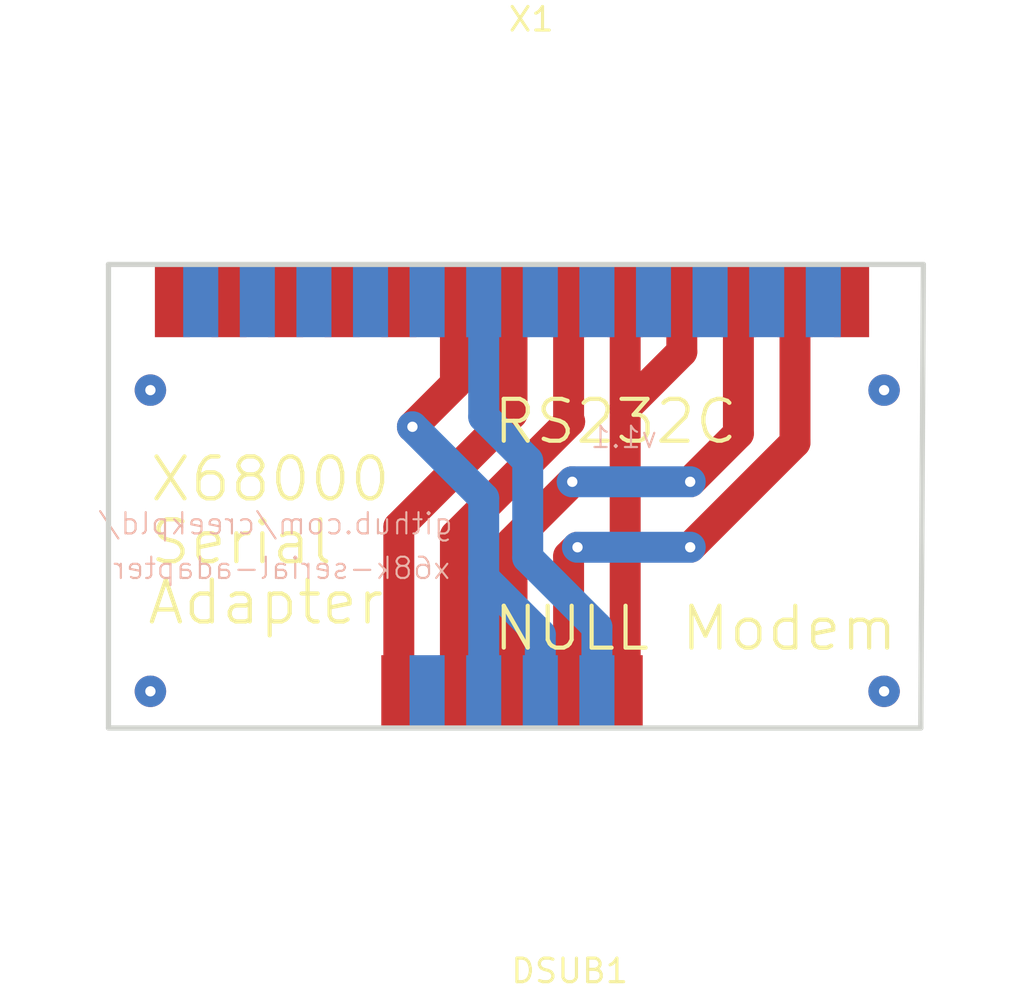
<source format=kicad_pcb>
(kicad_pcb (version 20171130) (host pcbnew "(5.1.6-0-10_14)")

  (general
    (thickness 1.6)
    (drawings 12)
    (tracks 40)
    (zones 0)
    (modules 2)
    (nets 27)
  )

  (page A4)
  (layers
    (0 F.Cu signal)
    (31 B.Cu signal)
    (32 B.Adhes user)
    (33 F.Adhes user)
    (34 B.Paste user)
    (35 F.Paste user)
    (36 B.SilkS user)
    (37 F.SilkS user)
    (38 B.Mask user)
    (39 F.Mask user)
    (40 Dwgs.User user)
    (41 Cmts.User user)
    (42 Eco1.User user)
    (43 Eco2.User user)
    (44 Edge.Cuts user)
    (45 Margin user)
    (46 B.CrtYd user)
    (47 F.CrtYd user)
    (48 B.Fab user hide)
    (49 F.Fab user hide)
  )

  (setup
    (last_trace_width 0.25)
    (trace_clearance 0.2)
    (zone_clearance 0.508)
    (zone_45_only no)
    (trace_min 0.2)
    (via_size 0.8)
    (via_drill 0.4)
    (via_min_size 0.4)
    (via_min_drill 0.3)
    (uvia_size 0.3)
    (uvia_drill 0.1)
    (uvias_allowed no)
    (uvia_min_size 0.2)
    (uvia_min_drill 0.1)
    (edge_width 0.05)
    (segment_width 0.2)
    (pcb_text_width 0.3)
    (pcb_text_size 1.5 1.5)
    (mod_edge_width 0.12)
    (mod_text_size 1 1)
    (mod_text_width 0.15)
    (pad_size 1.524 1.524)
    (pad_drill 0.762)
    (pad_to_mask_clearance 0.05)
    (aux_axis_origin 0 0)
    (visible_elements FFFFFF7F)
    (pcbplotparams
      (layerselection 0x010fc_ffffffff)
      (usegerberextensions false)
      (usegerberattributes true)
      (usegerberadvancedattributes true)
      (creategerberjobfile true)
      (excludeedgelayer true)
      (linewidth 0.100000)
      (plotframeref false)
      (viasonmask false)
      (mode 1)
      (useauxorigin false)
      (hpglpennumber 1)
      (hpglpenspeed 20)
      (hpglpendiameter 15.000000)
      (psnegative false)
      (psa4output false)
      (plotreference true)
      (plotvalue true)
      (plotinvisibletext false)
      (padsonsilk false)
      (subtractmaskfromsilk false)
      (outputformat 1)
      (mirror false)
      (drillshape 1)
      (scaleselection 1)
      (outputdirectory ""))
  )

  (net 0 "")
  (net 1 X1_1)
  (net 2 X1_10)
  (net 3 X1_11)
  (net 4 X1_12)
  (net 5 X1_13)
  (net 6 X1_14)
  (net 7 X1_15)
  (net 8 X1_16)
  (net 9 X1_17)
  (net 10 X1_18)
  (net 11 X1_19)
  (net 12 X1_2)
  (net 13 X1_20)
  (net 14 X1_21)
  (net 15 X1_22)
  (net 16 X1_23)
  (net 17 X1_24)
  (net 18 X1_25)
  (net 19 X1_3)
  (net 20 X1_4)
  (net 21 X1_6)
  (net 22 X1_7)
  (net 23 X1_8)
  (net 24 X1_9)
  (net 25 GND)
  (net 26 DSUB1_9)

  (net_class Default "This is the default net class."
    (clearance 0.2)
    (trace_width 0.25)
    (via_dia 0.8)
    (via_drill 0.4)
    (uvia_dia 0.3)
    (uvia_drill 0.1)
    (add_net DSUB1_9)
    (add_net GND)
    (add_net X1_1)
    (add_net X1_10)
    (add_net X1_11)
    (add_net X1_12)
    (add_net X1_13)
    (add_net X1_14)
    (add_net X1_15)
    (add_net X1_16)
    (add_net X1_17)
    (add_net X1_18)
    (add_net X1_19)
    (add_net X1_2)
    (add_net X1_20)
    (add_net X1_21)
    (add_net X1_22)
    (add_net X1_23)
    (add_net X1_24)
    (add_net X1_25)
    (add_net X1_3)
    (add_net X1_4)
    (add_net X1_6)
    (add_net X1_7)
    (add_net X1_8)
    (add_net X1_9)
  )

  (module easyeda:M25D (layer F.Cu) (tedit 0) (tstamp 0)
    (at 47.926 39.884)
    (attr smd)
    (fp_text reference X1 (at -0.254 -13.665) (layer F.SilkS)
      (effects (font (size 1.143 1.143) (thickness 0.152)) (justify left))
    )
    (fp_text value "Board " (at -24.74 -3.505) (layer Cmts.User)
      (effects (font (size 0.762 0.762) (thickness 0.152)) (justify left))
    )
    (fp_line (start 18.517 -6.553) (end 18.644 -6.553) (layer Cmts.User) (width 0.254))
    (fp_line (start 18.517 -4.14) (end 18.517 -6.553) (layer Cmts.User) (width 0.254))
    (fp_line (start 18.644 -6.553) (end 18.644 -7.061) (layer Cmts.User) (width 0.254))
    (fp_line (start 17.882 -3.505) (end 17.907 -3.505) (layer Cmts.User) (width 0.254))
    (fp_line (start -17.907 -3.505) (end 17.882 -3.505) (layer Cmts.User) (width 0.254))
    (fp_line (start -18.517 -4.14) (end -18.517 -6.553) (layer Cmts.User) (width 0.254))
    (fp_line (start -18.644 -6.553) (end -18.517 -6.553) (layer Cmts.User) (width 0.254))
    (fp_line (start -18.644 -6.553) (end -18.644 -7.061) (layer Cmts.User) (width 0.254))
    (fp_line (start -2.794 -11.989) (end -2.794 -9.703) (layer Cmts.User) (width 0.254))
    (fp_line (start -5.08 -9.703) (end -5.08 -11.989) (layer Cmts.User) (width 0.254))
    (fp_line (start -2.794 -9.703) (end -5.08 -9.703) (layer Cmts.User) (width 0.254))
    (fp_line (start 1.143 -11.989) (end 1.143 -9.703) (layer Cmts.User) (width 0.254))
    (fp_line (start -1.143 -9.703) (end -1.143 -11.989) (layer Cmts.User) (width 0.254))
    (fp_line (start 1.143 -9.703) (end -1.143 -9.703) (layer Cmts.User) (width 0.254))
    (fp_line (start 5.08 -11.989) (end 5.08 -9.703) (layer Cmts.User) (width 0.254))
    (fp_line (start 2.794 -9.703) (end 2.794 -11.989) (layer Cmts.User) (width 0.254))
    (fp_line (start 5.08 -9.703) (end 2.794 -9.703) (layer Cmts.User) (width 0.254))
    (fp_line (start 23.317 -1.93) (end 24.689 -3.302) (layer Cmts.User) (width 0.254))
    (fp_line (start 21.946 -3.302) (end 23.317 -1.93) (layer Cmts.User) (width 0.254))
    (fp_line (start 20.574 -1.93) (end 21.946 -3.302) (layer Cmts.User) (width 0.254))
    (fp_line (start 19.202 -3.302) (end 20.574 -1.93) (layer Cmts.User) (width 0.254))
    (fp_line (start -20.574 -1.93) (end -19.202 -3.302) (layer Cmts.User) (width 0.254))
    (fp_line (start -21.946 -3.302) (end -20.574 -1.93) (layer Cmts.User) (width 0.254))
    (fp_line (start -23.317 -1.93) (end -21.946 -3.302) (layer Cmts.User) (width 0.254))
    (fp_line (start -24.689 -3.302) (end -23.317 -1.93) (layer Cmts.User) (width 0.254))
    (fp_line (start -19.304 -13.31) (end 19.304 -13.31) (layer Cmts.User) (width 0.254))
    (fp_line (start -19.812 -8.103) (end -19.812 -12.802) (layer Cmts.User) (width 0.254))
    (fp_line (start 19.812 -8.103) (end 19.812 -12.802) (layer Cmts.User) (width 0.254))
    (fp_arc (start -19.304 -12.79) (end -19.812 -12.79) (angle 90) (layer Cmts.User) (width 0.254))
    (fp_arc (start 19.304 -12.79) (end 19.304 -13.298) (angle 90) (layer Cmts.User) (width 0.254))
    (fp_arc (start 20.447 -8.091) (end 20.447 -7.456) (angle 90) (layer Cmts.User) (width 0.254))
    (fp_arc (start -20.447 -8.091) (end -19.812 -8.091) (angle 90) (layer Cmts.User) (width 0.254))
    (fp_arc (start -17.882 -4.14) (end -17.882 -3.505) (angle 90) (layer Cmts.User) (width 0.254))
    (fp_arc (start 17.882 -4.14) (end 18.517 -4.14) (angle 90) (layer Cmts.User) (width 0.254))
    (fp_text user gge19ea7bbbfec9fe36 (at 0 0) (layer Cmts.User)
      (effects (font (size 1 1) (thickness 0.15)))
    )
    (pad 14 smd rect (at 15.088 0) (size 1.699 3.5) (layers B.Cu B.Paste B.Mask)
      (net 6 X1_14))
    (pad 15 smd rect (at 12.344 0) (size 1.699 3.5) (layers B.Cu B.Paste B.Mask)
      (net 7 X1_15))
    (pad 16 smd rect (at 9.601 0) (size 1.699 3.5) (layers B.Cu B.Paste B.Mask)
      (net 8 X1_16))
    (pad 17 smd rect (at 6.858 0) (size 1.699 3.5) (layers B.Cu B.Paste B.Mask)
      (net 9 X1_17))
    (pad 18 smd rect (at 4.115 0) (size 1.699 3.5) (layers B.Cu B.Paste B.Mask)
      (net 10 X1_18))
    (pad 19 smd rect (at 1.372 0) (size 1.699 3.5) (layers B.Cu B.Paste B.Mask)
      (net 11 X1_19))
    (pad 20 smd rect (at -1.372 0) (size 1.699 3.5) (layers B.Cu B.Paste B.Mask)
      (net 13 X1_20))
    (pad 21 smd rect (at -4.115 0) (size 1.699 3.5) (layers B.Cu B.Paste B.Mask)
      (net 14 X1_21))
    (pad 22 smd rect (at -6.858 0) (size 1.699 3.5) (layers B.Cu B.Paste B.Mask)
      (net 15 X1_22))
    (pad 23 smd rect (at -9.601 0) (size 1.699 3.5) (layers B.Cu B.Paste B.Mask)
      (net 16 X1_23))
    (pad 24 smd rect (at -12.344 0) (size 1.699 3.5) (layers B.Cu B.Paste B.Mask)
      (net 17 X1_24))
    (pad 25 smd rect (at -15.088 0) (size 1.699 3.5) (layers B.Cu B.Paste B.Mask)
      (net 18 X1_25))
    (pad 1 smd rect (at 16.459 0) (size 1.699 3.5) (layers F.Cu F.Paste F.Mask)
      (net 1 X1_1))
    (pad 2 smd rect (at 13.716 0) (size 1.699 3.5) (layers F.Cu F.Paste F.Mask)
      (net 12 X1_2))
    (pad 3 smd rect (at 10.973 0) (size 1.699 3.5) (layers F.Cu F.Paste F.Mask)
      (net 19 X1_3))
    (pad 4 smd rect (at 8.23 0) (size 1.699 3.5) (layers F.Cu F.Paste F.Mask)
      (net 20 X1_4))
    (pad 5 smd rect (at 5.486 0) (size 1.699 3.5) (layers F.Cu F.Paste F.Mask)
      (net 20 X1_4))
    (pad 6 smd rect (at 2.743 0) (size 1.699 3.5) (layers F.Cu F.Paste F.Mask)
      (net 21 X1_6))
    (pad 7 smd rect (at 0 0) (size 1.699 3.5) (layers F.Cu F.Paste F.Mask)
      (net 22 X1_7))
    (pad 8 smd rect (at -2.743 0) (size 1.699 3.5) (layers F.Cu F.Paste F.Mask)
      (net 23 X1_8))
    (pad 9 smd rect (at -5.486 0) (size 1.699 3.5) (layers F.Cu F.Paste F.Mask)
      (net 24 X1_9))
    (pad 10 smd rect (at -8.23 0) (size 1.699 3.5) (layers F.Cu F.Paste F.Mask)
      (net 2 X1_10))
    (pad 11 smd rect (at -10.973 0) (size 1.699 3.5) (layers F.Cu F.Paste F.Mask)
      (net 3 X1_11))
    (pad 12 smd rect (at -13.716 0) (size 1.699 3.5) (layers F.Cu F.Paste F.Mask)
      (net 4 X1_12))
    (pad 13 smd rect (at -16.459 0) (size 1.699 3.5) (layers F.Cu F.Paste F.Mask)
      (net 5 X1_13))
  )

  (module easyeda:DB9-F-PCB-EDGE (layer F.Cu) (tedit 0) (tstamp 0)
    (at 47.926 58.807 180)
    (attr smd)
    (fp_text reference DSUB1 (at 0.133 -13.56 180) (layer F.SilkS)
      (effects (font (size 1.143 1.143) (thickness 0.152)) (justify left))
    )
    (fp_text value "Board " (at -13.369 -3.473 180) (layer Cmts.User)
      (effects (font (size 0.762 0.762) (thickness 0.152)) (justify left))
    )
    (fp_line (start 7.544 -6.553) (end 7.671 -6.553) (layer Cmts.User) (width 0.254))
    (fp_line (start 7.544 -4.14) (end 7.544 -6.553) (layer Cmts.User) (width 0.254))
    (fp_line (start 7.671 -6.553) (end 7.671 -7.061) (layer Cmts.User) (width 0.254))
    (fp_line (start 6.909 -3.505) (end 6.934 -3.505) (layer Cmts.User) (width 0.254))
    (fp_line (start -6.785 -3.5) (end 6.909 -3.505) (layer Cmts.User) (width 0.254))
    (fp_line (start -7.485 -4.287) (end -7.485 -6.7) (layer Cmts.User) (width 0.254))
    (fp_line (start -7.685 -6.6) (end -7.558 -6.6) (layer Cmts.User) (width 0.254))
    (fp_line (start -7.685 -6.6) (end -7.685 -7.108) (layer Cmts.User) (width 0.254))
    (fp_line (start 12.344 -1.93) (end 13.716 -3.302) (layer Cmts.User) (width 0.254))
    (fp_line (start 10.973 -3.302) (end 12.344 -1.93) (layer Cmts.User) (width 0.254))
    (fp_line (start 9.601 -1.93) (end 10.973 -3.302) (layer Cmts.User) (width 0.254))
    (fp_line (start 8.23 -3.302) (end 9.601 -1.93) (layer Cmts.User) (width 0.254))
    (fp_line (start -9.203 -1.898) (end -7.832 -3.27) (layer Cmts.User) (width 0.254))
    (fp_line (start -10.575 -3.27) (end -9.203 -1.898) (layer Cmts.User) (width 0.254))
    (fp_line (start -11.947 -1.898) (end -10.575 -3.27) (layer Cmts.User) (width 0.254))
    (fp_line (start -13.318 -3.27) (end -11.947 -1.898) (layer Cmts.User) (width 0.254))
    (fp_line (start -8.185 -13.3) (end 8.331 -13.31) (layer Cmts.User) (width 0.254))
    (fp_line (start -8.685 -8.1) (end -8.685 -12.799) (layer Cmts.User) (width 0.254))
    (fp_line (start 8.839 -8.103) (end 8.839 -12.802) (layer Cmts.User) (width 0.254))
    (fp_arc (start -8.177 -12.788) (end -8.685 -12.788) (angle 90) (layer Cmts.User) (width 0.254))
    (fp_arc (start 8.331 -12.79) (end 8.331 -13.298) (angle 90) (layer Cmts.User) (width 0.254))
    (fp_arc (start 9.474 -8.091) (end 9.474 -7.456) (angle 90) (layer Cmts.User) (width 0.254))
    (fp_arc (start -9.32 -8.089) (end -8.685 -8.089) (angle 90) (layer Cmts.User) (width 0.254))
    (fp_arc (start -6.85 -4.1) (end -6.85 -3.465) (angle 90) (layer Cmts.User) (width 0.254))
    (fp_arc (start 6.909 -4.14) (end 7.544 -4.14) (angle 90) (layer Cmts.User) (width 0.254))
    (fp_text user ggec1768aa707d49c61 (at 0 0) (layer Cmts.User)
      (effects (font (size 1 1) (thickness 0.15)))
    )
    (pad 9 smd rect (at 4.115 0 180) (size 1.699 3.5) (layers B.Cu B.Paste B.Mask)
      (net 26 DSUB1_9))
    (pad 8 smd rect (at 1.372 0 180) (size 1.699 3.5) (layers B.Cu B.Paste B.Mask)
      (net 23 X1_8))
    (pad 7 smd rect (at -1.372 0 180) (size 1.699 3.5) (layers B.Cu B.Paste B.Mask)
      (net 23 X1_8))
    (pad 6 smd rect (at -4.115 0 180) (size 1.699 3.5) (layers B.Cu B.Paste B.Mask)
      (net 13 X1_20))
    (pad 5 smd rect (at 5.486 0 180) (size 1.699 3.5) (layers F.Cu F.Paste F.Mask)
      (net 22 X1_7))
    (pad 4 smd rect (at 2.743 0 180) (size 1.699 3.5) (layers F.Cu F.Paste F.Mask)
      (net 21 X1_6))
    (pad 3 smd rect (at 0 0 180) (size 1.699 3.5) (layers F.Cu F.Paste F.Mask)
      (net 19 X1_3))
    (pad 2 smd rect (at -2.743 0 180) (size 1.699 3.5) (layers F.Cu F.Paste F.Mask)
      (net 12 X1_2))
    (pad 1 smd rect (at -5.486 0 180) (size 1.699 3.5) (layers F.Cu F.Paste F.Mask)
      (net 20 X1_4))
  )

  (gr_line (start 28.368 38.106) (end 67.865 38.106) (layer Edge.Cuts) (width 0.254))
  (gr_line (start 67.865 38.106) (end 67.738 60.585) (layer Edge.Cuts) (width 0.254))
  (gr_line (start 67.738 60.585) (end 28.368 60.585) (layer Edge.Cuts) (width 0.254))
  (gr_line (start 28.368 60.585) (end 28.368 38.106) (layer Edge.Cuts) (width 0.254))
  (gr_text X68000 (at 30.273 48.52) (layer F.SilkS)
    (effects (font (size 2.032 2.032) (thickness 0.203)) (justify left))
  )
  (gr_text Serial (at 30.273 51.568) (layer F.SilkS)
    (effects (font (size 2.032 2.032) (thickness 0.203)) (justify left))
  )
  (gr_text Adapter (at 30.146 54.489) (layer F.SilkS)
    (effects (font (size 2.032 2.032) (thickness 0.203)) (justify left))
  )
  (gr_text RS232C (at 46.91 45.726) (layer F.SilkS)
    (effects (font (size 2.032 2.032) (thickness 0.203)) (justify left))
  )
  (gr_text "NULL Modem" (at 46.91 55.759) (layer F.SilkS)
    (effects (font (size 2.032 2.032) (thickness 0.203)) (justify left))
  )
  (gr_text github.com/creekpld/ (at 45.132 50.679) (layer B.SilkS)
    (effects (font (size 1.032 1.032) (thickness 0.103)) (justify left mirror))
  )
  (gr_text v1.1 (at 55.038 46.488) (layer B.SilkS)
    (effects (font (size 1.032 1.032) (thickness 0.103)) (justify left mirror))
  )
  (gr_text x68k-serial-adapter (at 45.005 52.838) (layer B.SilkS)
    (effects (font (size 1.032 1.032) (thickness 0.103)) (justify left mirror))
  )

  (segment (start 56.562 51.822) (end 61.642 46.742) (width 1.5) (layer F.Cu) (net 12))
  (segment (start 61.642 46.742) (end 61.642 39.884) (width 1.5) (layer F.Cu) (net 12))
  (segment (start 50.669 58.807) (end 50.669 52.254) (width 1.5) (layer F.Cu) (net 12))
  (segment (start 50.669 52.254) (end 51.101 51.822) (width 1.5) (layer F.Cu) (net 12))
  (segment (start 51.101 51.822) (end 56.562 51.822) (width 1.5) (layer B.Cu) (net 12))
  (via (at 51.101 51.822) (size 1.5) (drill 0.5) (layers F.Cu B.Cu) (net 12))
  (via (at 56.562 51.822) (size 1.5) (drill 0.5) (layers F.Cu B.Cu) (net 12))
  (segment (start 52.041 58.807) (end 52.041 55.683) (width 1.5) (layer B.Cu) (net 13))
  (segment (start 52.041 55.683) (end 48.688 52.33) (width 1.5) (layer B.Cu) (net 13))
  (segment (start 48.688 52.33) (end 48.688 47.631) (width 1.5) (layer B.Cu) (net 13))
  (segment (start 48.688 47.631) (end 46.554 45.497) (width 1.5) (layer B.Cu) (net 13))
  (segment (start 46.554 45.497) (end 46.554 39.884) (width 1.5) (layer B.Cu) (net 13))
  (segment (start 56.562 48.647) (end 58.899 46.31) (width 1.5) (layer F.Cu) (net 19))
  (segment (start 58.899 46.31) (end 58.899 39.884) (width 1.5) (layer F.Cu) (net 19))
  (segment (start 47.926 58.807) (end 47.926 51.568) (width 1.5) (layer F.Cu) (net 19))
  (segment (start 47.926 51.568) (end 50.847 48.647) (width 1.5) (layer F.Cu) (net 19))
  (segment (start 50.847 48.647) (end 56.562 48.647) (width 1.5) (layer B.Cu) (net 19))
  (via (at 50.847 48.647) (size 1.5) (drill 0.5) (layers F.Cu B.Cu) (net 19))
  (via (at 56.562 48.647) (size 1.5) (drill 0.5) (layers F.Cu B.Cu) (net 19))
  (segment (start 53.412 45.089) (end 56.156 42.346) (width 1.5) (layer F.Cu) (net 20))
  (segment (start 56.156 42.346) (end 56.156 39.884) (width 1.5) (layer F.Cu) (net 20))
  (segment (start 53.412 58.807) (end 53.412 39.884) (width 1.5) (layer F.Cu) (net 20))
  (segment (start 45.183 58.807) (end 45.183 51.263) (width 1.5) (layer F.Cu) (net 21))
  (segment (start 45.183 51.263) (end 50.72 45.726) (width 1.5) (layer F.Cu) (net 21))
  (segment (start 50.72 45.726) (end 50.669 45.675) (width 1.5) (layer F.Cu) (net 21))
  (segment (start 50.669 45.675) (end 50.669 39.884) (width 1.5) (layer F.Cu) (net 21))
  (segment (start 42.44 58.807) (end 42.44 50.831) (width 1.5) (layer F.Cu) (net 22))
  (segment (start 42.44 50.831) (end 47.926 45.345) (width 1.5) (layer F.Cu) (net 22))
  (segment (start 47.926 45.345) (end 47.926 39.884) (width 1.5) (layer F.Cu) (net 22))
  (segment (start 45.183 39.884) (end 45.183 43.897) (width 1.5) (layer F.Cu) (net 23))
  (segment (start 45.183 43.897) (end 43.1 45.98) (width 1.5) (layer F.Cu) (net 23))
  (segment (start 49.298 58.807) (end 49.298 56.045) (width 1.5) (layer B.Cu) (net 23))
  (segment (start 49.298 56.045) (end 46.554 53.302) (width 1.5) (layer B.Cu) (net 23))
  (segment (start 43.1 45.98) (end 46.554 49.434) (width 1.5) (layer B.Cu) (net 23))
  (segment (start 46.554 49.434) (end 46.554 58.807) (width 1.5) (layer B.Cu) (net 23))
  (via (at 43.1 45.98) (size 1.5) (drill 0.5) (layers F.Cu B.Cu) (net 23))
  (via (at 65.96 58.807) (size 1.524) (drill 0.5) (layers F.Cu B.Cu) (net 25))
  (via (at 30.4 58.807) (size 1.524) (drill 0.5) (layers F.Cu B.Cu) (net 25))
  (via (at 30.4 44.202) (size 1.524) (drill 0.5) (layers F.Cu B.Cu) (net 25))
  (via (at 65.96 44.202) (size 1.524) (drill 0.5) (layers F.Cu B.Cu) (net 25))

  (zone (net 25) (net_name GND) (layer F.Cu) (tstamp 0) (hatch edge 0.508)
    (connect_pads (clearance 1))
    (min_thickness 0.254)
    (fill (arc_segments 32) (thermal_gap 0.508) (thermal_bridge_width 0.508))
    (polygon
      (pts
        (xy 28.749 38.487) (xy 28.749 60.204) (xy 67.23 60.204) (xy 67.357 60.077) (xy 67.357 38.487)
      )
    )
  )
  (zone (net 25) (net_name GND) (layer B.Cu) (tstamp 0) (hatch edge 0.508)
    (connect_pads (clearance 0.254))
    (min_thickness 0.254)
    (fill (arc_segments 32) (thermal_gap 0.508) (thermal_bridge_width 0.508))
    (polygon
      (pts
        (xy 29.638 42.17) (xy 29.003 42.805) (xy 29.003 59.442) (xy 29.638 60.077) (xy 41.195 60.077)
        (xy 41.576 59.696) (xy 41.576 56.394) (xy 41.703 56.267) (xy 44.37 56.267) (xy 44.751 55.886)
        (xy 44.751 50.298) (xy 44.497 50.044) (xy 40.687 46.234) (xy 40.687 43.186) (xy 40.56 43.059)
        (xy 32.178 43.059) (xy 31.289 42.17) (xy 31.289 39.503) (xy 31.035 39.249) (xy 29.638 39.249)
        (xy 29.638 39.63)
      )
    )
  )
  (zone (net 25) (net_name GND) (layer B.Cu) (tstamp 0) (hatch edge 0.508)
    (connect_pads (clearance 0.254))
    (min_thickness 0.254)
    (fill (arc_segments 32) (thermal_gap 0.508) (thermal_bridge_width 0.508))
    (polygon
      (pts
        (xy 66.976 59.95) (xy 66.976 39.249) (xy 66.849 39.122) (xy 66.341 39.122) (xy 65.96 38.741)
        (xy 64.817 38.741) (xy 64.563 38.995) (xy 64.563 42.424) (xy 64.436 42.551) (xy 48.688 42.551)
        (xy 48.561 42.424) (xy 48.561 44.964) (xy 49.577 45.98) (xy 49.577 46.107) (xy 50.593 47.123)
        (xy 57.832 47.123) (xy 57.959 46.996) (xy 57.959 52.965) (xy 57.959 53.092) (xy 57.451 53.6)
        (xy 53.641 53.6) (xy 53.514 53.727) (xy 53.514 56.14) (xy 53.895 56.521) (xy 53.895 59.442)
        (xy 54.276 59.823)
      )
    )
  )
)

</source>
